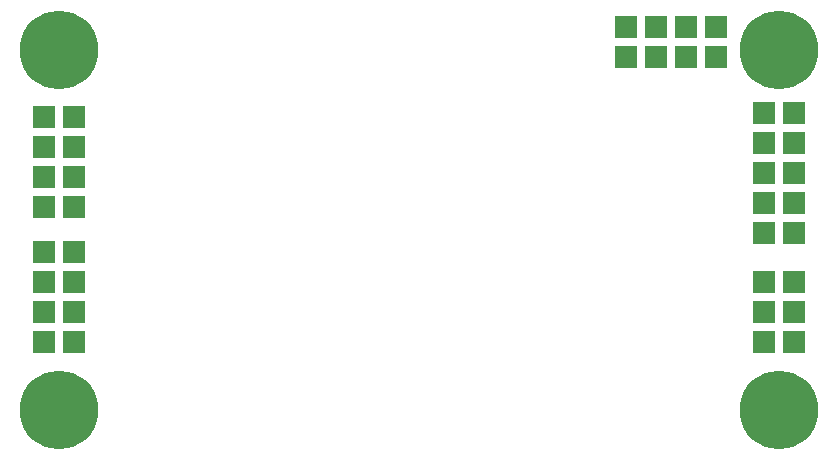
<source format=gbr>
G75*
G70*
%OFA0B0*%
%FSLAX24Y24*%
%IPPOS*%
%LPD*%
%AMOC8*
5,1,8,0,0,1.08239X$1,22.5*
%
%ADD10R,0.0730X0.0730*%
%ADD11C,0.2620*%
D10*
X001720Y007643D03*
X002720Y007643D03*
X002720Y008643D03*
X001720Y008643D03*
X001720Y009643D03*
X002720Y009643D03*
X002720Y010643D03*
X001720Y010643D03*
X001720Y012143D03*
X002720Y012143D03*
X002720Y013143D03*
X001720Y013143D03*
X001720Y014143D03*
X002720Y014143D03*
X002720Y015143D03*
X001720Y015143D03*
X021095Y017143D03*
X022095Y017143D03*
X023095Y017143D03*
X024095Y017143D03*
X024095Y018143D03*
X023095Y018143D03*
X022095Y018143D03*
X021095Y018143D03*
X025720Y015268D03*
X026720Y015268D03*
X026720Y014268D03*
X025720Y014268D03*
X025720Y013268D03*
X026720Y013268D03*
X026720Y012268D03*
X025720Y012268D03*
X025720Y011268D03*
X026720Y011268D03*
X026720Y009643D03*
X025720Y009643D03*
X025720Y008643D03*
X026720Y008643D03*
X026720Y007643D03*
X025720Y007643D03*
D11*
X002220Y005393D03*
X002220Y017393D03*
X026220Y017393D03*
X026220Y005393D03*
M02*

</source>
